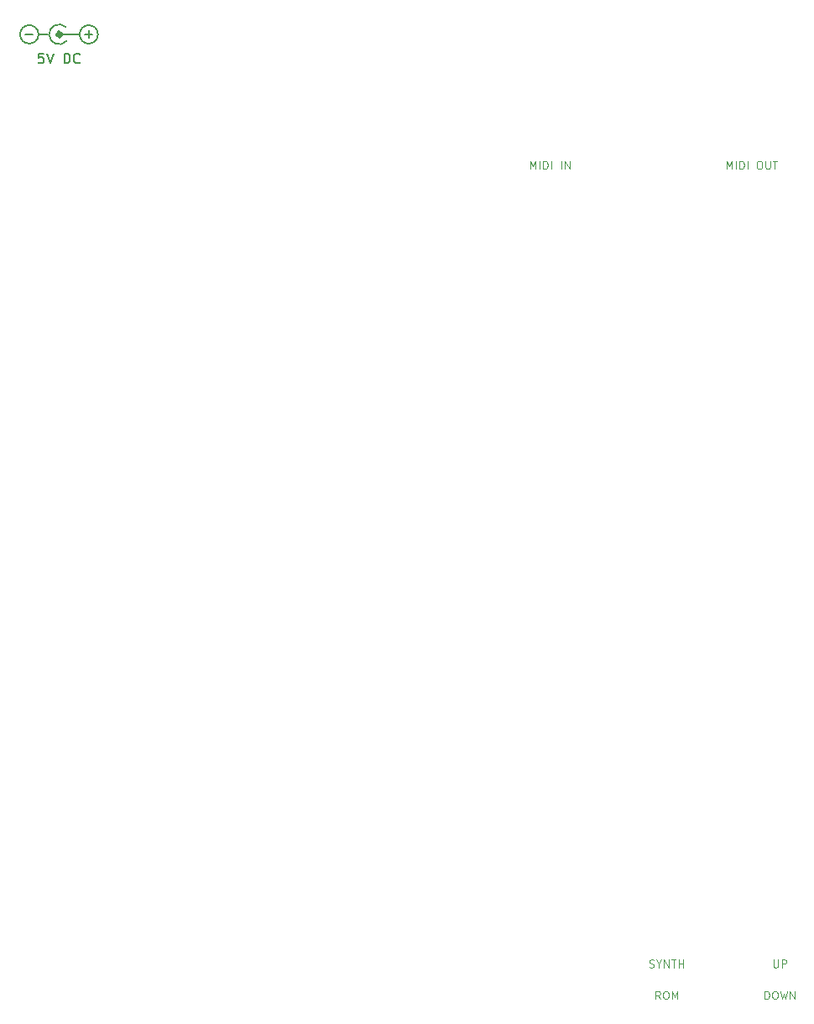
<source format=gto>
G04 #@! TF.GenerationSoftware,KiCad,Pcbnew,(5.1.8)-1*
G04 #@! TF.CreationDate,2022-01-25T00:29:58+01:00*
G04 #@! TF.ProjectId,BulkyMIDI-32 Faceplate,42756c6b-794d-4494-9449-2d3332204661,rev?*
G04 #@! TF.SameCoordinates,Original*
G04 #@! TF.FileFunction,Legend,Top*
G04 #@! TF.FilePolarity,Positive*
%FSLAX46Y46*%
G04 Gerber Fmt 4.6, Leading zero omitted, Abs format (unit mm)*
G04 Created by KiCad (PCBNEW (5.1.8)-1) date 2022-01-25 00:29:58*
%MOMM*%
%LPD*%
G01*
G04 APERTURE LIST*
%ADD10C,0.150000*%
%ADD11C,0.100000*%
%ADD12C,0.500000*%
G04 APERTURE END LIST*
D10*
X81613571Y-58507380D02*
X81137380Y-58507380D01*
X81089761Y-58983571D01*
X81137380Y-58935952D01*
X81232619Y-58888333D01*
X81470714Y-58888333D01*
X81565952Y-58935952D01*
X81613571Y-58983571D01*
X81661190Y-59078809D01*
X81661190Y-59316904D01*
X81613571Y-59412142D01*
X81565952Y-59459761D01*
X81470714Y-59507380D01*
X81232619Y-59507380D01*
X81137380Y-59459761D01*
X81089761Y-59412142D01*
X81946904Y-58507380D02*
X82280238Y-59507380D01*
X82613571Y-58507380D01*
X83708809Y-59507380D02*
X83708809Y-58507380D01*
X83946904Y-58507380D01*
X84089761Y-58555000D01*
X84185000Y-58650238D01*
X84232619Y-58745476D01*
X84280238Y-58935952D01*
X84280238Y-59078809D01*
X84232619Y-59269285D01*
X84185000Y-59364523D01*
X84089761Y-59459761D01*
X83946904Y-59507380D01*
X83708809Y-59507380D01*
X85280238Y-59412142D02*
X85232619Y-59459761D01*
X85089761Y-59507380D01*
X84994523Y-59507380D01*
X84851666Y-59459761D01*
X84756428Y-59364523D01*
X84708809Y-59269285D01*
X84661190Y-59078809D01*
X84661190Y-58935952D01*
X84708809Y-58745476D01*
X84756428Y-58650238D01*
X84851666Y-58555000D01*
X84994523Y-58507380D01*
X85089761Y-58507380D01*
X85232619Y-58555000D01*
X85280238Y-58602619D01*
D11*
X150539761Y-70148404D02*
X150539761Y-69348404D01*
X150806428Y-69919833D01*
X151073095Y-69348404D01*
X151073095Y-70148404D01*
X151454047Y-70148404D02*
X151454047Y-69348404D01*
X151835000Y-70148404D02*
X151835000Y-69348404D01*
X152025476Y-69348404D01*
X152139761Y-69386500D01*
X152215952Y-69462690D01*
X152254047Y-69538880D01*
X152292142Y-69691261D01*
X152292142Y-69805547D01*
X152254047Y-69957928D01*
X152215952Y-70034119D01*
X152139761Y-70110309D01*
X152025476Y-70148404D01*
X151835000Y-70148404D01*
X152635000Y-70148404D02*
X152635000Y-69348404D01*
X153777857Y-69348404D02*
X153930238Y-69348404D01*
X154006428Y-69386500D01*
X154082619Y-69462690D01*
X154120714Y-69615071D01*
X154120714Y-69881738D01*
X154082619Y-70034119D01*
X154006428Y-70110309D01*
X153930238Y-70148404D01*
X153777857Y-70148404D01*
X153701666Y-70110309D01*
X153625476Y-70034119D01*
X153587380Y-69881738D01*
X153587380Y-69615071D01*
X153625476Y-69462690D01*
X153701666Y-69386500D01*
X153777857Y-69348404D01*
X154463571Y-69348404D02*
X154463571Y-69996023D01*
X154501666Y-70072214D01*
X154539761Y-70110309D01*
X154615952Y-70148404D01*
X154768333Y-70148404D01*
X154844523Y-70110309D01*
X154882619Y-70072214D01*
X154920714Y-69996023D01*
X154920714Y-69348404D01*
X155187380Y-69348404D02*
X155644523Y-69348404D01*
X155415952Y-70148404D02*
X155415952Y-69348404D01*
X130753095Y-70148404D02*
X130753095Y-69348404D01*
X131019761Y-69919833D01*
X131286428Y-69348404D01*
X131286428Y-70148404D01*
X131667380Y-70148404D02*
X131667380Y-69348404D01*
X132048333Y-70148404D02*
X132048333Y-69348404D01*
X132238809Y-69348404D01*
X132353095Y-69386500D01*
X132429285Y-69462690D01*
X132467380Y-69538880D01*
X132505476Y-69691261D01*
X132505476Y-69805547D01*
X132467380Y-69957928D01*
X132429285Y-70034119D01*
X132353095Y-70110309D01*
X132238809Y-70148404D01*
X132048333Y-70148404D01*
X132848333Y-70148404D02*
X132848333Y-69348404D01*
X133838809Y-70148404D02*
X133838809Y-69348404D01*
X134219761Y-70148404D02*
X134219761Y-69348404D01*
X134676904Y-70148404D01*
X134676904Y-69348404D01*
X155263928Y-149917204D02*
X155263928Y-150564823D01*
X155302023Y-150641014D01*
X155340119Y-150679109D01*
X155416309Y-150717204D01*
X155568690Y-150717204D01*
X155644880Y-150679109D01*
X155682976Y-150641014D01*
X155721071Y-150564823D01*
X155721071Y-149917204D01*
X156102023Y-150717204D02*
X156102023Y-149917204D01*
X156406785Y-149917204D01*
X156482976Y-149955300D01*
X156521071Y-149993395D01*
X156559166Y-150069585D01*
X156559166Y-150183871D01*
X156521071Y-150260061D01*
X156482976Y-150298157D01*
X156406785Y-150336252D01*
X156102023Y-150336252D01*
X142748214Y-150679109D02*
X142862500Y-150717204D01*
X143052976Y-150717204D01*
X143129166Y-150679109D01*
X143167261Y-150641014D01*
X143205357Y-150564823D01*
X143205357Y-150488633D01*
X143167261Y-150412442D01*
X143129166Y-150374347D01*
X143052976Y-150336252D01*
X142900595Y-150298157D01*
X142824404Y-150260061D01*
X142786309Y-150221966D01*
X142748214Y-150145776D01*
X142748214Y-150069585D01*
X142786309Y-149993395D01*
X142824404Y-149955300D01*
X142900595Y-149917204D01*
X143091071Y-149917204D01*
X143205357Y-149955300D01*
X143700595Y-150336252D02*
X143700595Y-150717204D01*
X143433928Y-149917204D02*
X143700595Y-150336252D01*
X143967261Y-149917204D01*
X144233928Y-150717204D02*
X144233928Y-149917204D01*
X144691071Y-150717204D01*
X144691071Y-149917204D01*
X144957738Y-149917204D02*
X145414880Y-149917204D01*
X145186309Y-150717204D02*
X145186309Y-149917204D01*
X145681547Y-150717204D02*
X145681547Y-149917204D01*
X145681547Y-150298157D02*
X146138690Y-150298157D01*
X146138690Y-150717204D02*
X146138690Y-149917204D01*
X154387738Y-153904904D02*
X154387738Y-153104904D01*
X154578214Y-153104904D01*
X154692500Y-153143000D01*
X154768690Y-153219190D01*
X154806785Y-153295380D01*
X154844880Y-153447761D01*
X154844880Y-153562047D01*
X154806785Y-153714428D01*
X154768690Y-153790619D01*
X154692500Y-153866809D01*
X154578214Y-153904904D01*
X154387738Y-153904904D01*
X155340119Y-153104904D02*
X155492500Y-153104904D01*
X155568690Y-153143000D01*
X155644880Y-153219190D01*
X155682976Y-153371571D01*
X155682976Y-153638238D01*
X155644880Y-153790619D01*
X155568690Y-153866809D01*
X155492500Y-153904904D01*
X155340119Y-153904904D01*
X155263928Y-153866809D01*
X155187738Y-153790619D01*
X155149642Y-153638238D01*
X155149642Y-153371571D01*
X155187738Y-153219190D01*
X155263928Y-153143000D01*
X155340119Y-153104904D01*
X155949642Y-153104904D02*
X156140119Y-153904904D01*
X156292500Y-153333476D01*
X156444880Y-153904904D01*
X156635357Y-153104904D01*
X156940119Y-153904904D02*
X156940119Y-153104904D01*
X157397261Y-153904904D01*
X157397261Y-153104904D01*
X143833928Y-153904904D02*
X143567261Y-153523952D01*
X143376785Y-153904904D02*
X143376785Y-153104904D01*
X143681547Y-153104904D01*
X143757738Y-153143000D01*
X143795833Y-153181095D01*
X143833928Y-153257285D01*
X143833928Y-153371571D01*
X143795833Y-153447761D01*
X143757738Y-153485857D01*
X143681547Y-153523952D01*
X143376785Y-153523952D01*
X144329166Y-153104904D02*
X144481547Y-153104904D01*
X144557738Y-153143000D01*
X144633928Y-153219190D01*
X144672023Y-153371571D01*
X144672023Y-153638238D01*
X144633928Y-153790619D01*
X144557738Y-153866809D01*
X144481547Y-153904904D01*
X144329166Y-153904904D01*
X144252976Y-153866809D01*
X144176785Y-153790619D01*
X144138690Y-153638238D01*
X144138690Y-153371571D01*
X144176785Y-153219190D01*
X144252976Y-153143000D01*
X144329166Y-153104904D01*
X145014880Y-153904904D02*
X145014880Y-153104904D01*
X145281547Y-153676333D01*
X145548214Y-153104904D01*
X145548214Y-153904904D01*
D10*
X83185000Y-56590000D02*
X85185000Y-56590000D01*
X81185000Y-56590000D02*
X82085000Y-56590000D01*
X81110000Y-56590000D02*
G75*
G03*
X81110000Y-56590000I-925000J0D01*
G01*
X87110000Y-56590000D02*
G75*
G03*
X87110000Y-56590000I-925000J0D01*
G01*
D12*
X83360000Y-56590000D02*
G75*
G03*
X83360000Y-56590000I-175000J0D01*
G01*
D10*
X83860000Y-55840000D02*
G75*
G03*
X83935000Y-57265000I-675000J-750000D01*
G01*
X79804047Y-56586428D02*
X80565952Y-56586428D01*
X85804047Y-56586428D02*
X86565952Y-56586428D01*
X86185000Y-56967380D02*
X86185000Y-56205476D01*
M02*

</source>
